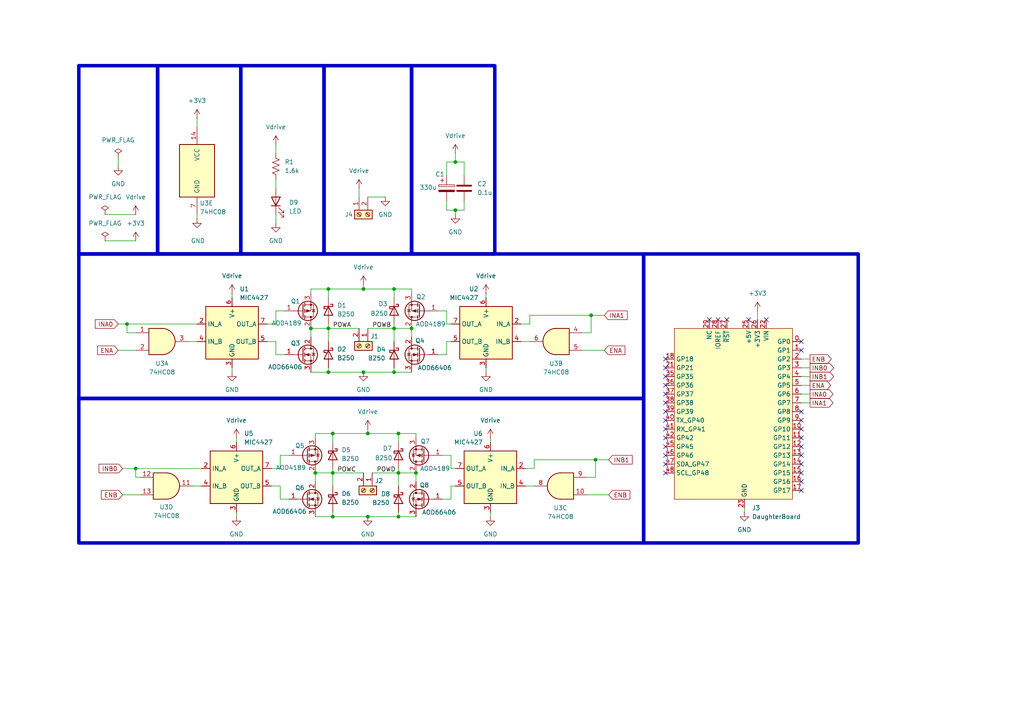
<source format=kicad_sch>
(kicad_sch (version 20231120) (generator "eeschema") (generator_version "8.0")
  (paper "A4")
  (lib_symbols
    (symbol "Connector:Screw_Terminal_01x02" (pin_names (offset 1.016) hide)
      (property "Reference" "J" (at 0 2.54 0))
      (property "Value" "Screw_Terminal_01x02" (at 0 -5.08 0))
      (symbol "Screw_Terminal_01x02_1_1"
        (rectangle (start -1.27 1.27) (end 1.27 -3.81) (stroke (width 0.254)) (fill (type background)))
        (circle (center 0 -2.54) (radius 0.635) (stroke (width 0.1524)))
        (polyline (pts (xy -0.5334 -2.2098) (xy 0.3302 -3.048)) (stroke (width 0.1524)))
        (polyline (pts (xy -0.5334 0.3302) (xy 0.3302 -0.508)) (stroke (width 0.1524)))
        (polyline (pts (xy -0.3556 -2.032) (xy 0.508 -2.8702)) (stroke (width 0.1524)))
        (polyline (pts (xy -0.3556 0.508) (xy 0.508 -0.3302)) (stroke (width 0.1524)))
        (circle (center 0 0) (radius 0.635) (stroke (width 0.1524)))
        (pin passive line (at -5.08 0 0) (length 3.81) (name "Pin_1") (number "1"))
        (pin passive line (at -5.08 -2.54 0) (length 3.81) (name "Pin_2") (number "2"))
      )
    )
    (symbol "Device:C" (pin_numbers hide) (pin_names (offset 0.254))
      (property "Reference" "C" (at 0.635 2.54 0))
      (property "Value" "C" (at 0.635 -2.54 0))
      (symbol "C_0_1"
        (polyline (pts (xy -2.032 -0.762) (xy 2.032 -0.762)) (stroke (width 0.508)))
        (polyline (pts (xy -2.032 0.762) (xy 2.032 0.762)) (stroke (width 0.508)))
      )
      (symbol "C_1_1"
        (pin passive line (at 0 3.81 270) (length 2.794) (name "~") (number "1"))
        (pin passive line (at 0 -3.81 90) (length 2.794) (name "~") (number "2"))
      )
    )
    (symbol "Device:C_Polarized" (pin_numbers hide) (pin_names (offset 0.254))
      (property "Reference" "C" (at 0.635 2.54 0))
      (property "Value" "C_Polarized" (at 0.635 -2.54 0))
      (symbol "C_Polarized_0_1"
        (rectangle (start -2.286 0.508) (end 2.286 1.016))
        (polyline (pts (xy -1.778 2.286) (xy -0.762 2.286)))
        (polyline (pts (xy -1.27 2.794) (xy -1.27 1.778)))
        (rectangle (start 2.286 -0.508) (end -2.286 -1.016) (fill (type outline)))
      )
      (symbol "C_Polarized_1_1"
        (pin passive line (at 0 3.81 270) (length 2.794) (name "~") (number "1"))
        (pin passive line (at 0 -3.81 90) (length 2.794) (name "~") (number "2"))
      )
    )
    (symbol "Device:LED" (pin_numbers hide) (pin_names (offset 1.016) hide)
      (property "Reference" "D" (at 0 2.54 0))
      (property "Value" "LED" (at 0 -2.54 0))
      (symbol "LED_0_1"
        (polyline (pts (xy -1.27 -1.27) (xy -1.27 1.27)) (stroke (width 0.254)))
        (polyline (pts (xy -1.27 0) (xy 1.27 0)))
        (polyline (pts (xy 1.27 -1.27) (xy 1.27 1.27) (xy -1.27 0) (xy 1.27 -1.27)) (stroke (width 0.254)))
        (polyline (pts (xy -3.048 -0.762) (xy -4.572 -2.286) (xy -3.81 -2.286) (xy -4.572 -2.286) (xy -4.572 -1.524)))
        (polyline (pts (xy -1.778 -0.762) (xy -3.302 -2.286) (xy -2.54 -2.286) (xy -3.302 -2.286) (xy -3.302 -1.524)))
      )
      (symbol "LED_1_1"
        (pin passive line (at -3.81 0 0) (length 2.54) (name "K") (number "1"))
        (pin passive line (at 3.81 0 180) (length 2.54) (name "A") (number "2"))
      )
    )
    (symbol "Device:R_US" (pin_numbers hide) (pin_names (offset 0))
      (property "Reference" "R" (at 2.54 0 90))
      (property "Value" "R_US" (at -2.54 0 90))
      (symbol "R_US_0_1"
        (polyline (pts (xy 0 -2.286) (xy 0 -2.54)))
        (polyline (pts (xy 0 2.286) (xy 0 2.54)))
        (polyline (pts (xy 0 -0.762) (xy 1.016 -1.143) (xy 0 -1.524) (xy -1.016 -1.905) (xy 0 -2.286)))
        (polyline (pts (xy 0 0.762) (xy 1.016 0.381) (xy 0 0) (xy -1.016 -0.381) (xy 0 -0.762)))
        (polyline (pts (xy 0 2.286) (xy 1.016 1.905) (xy 0 1.524) (xy -1.016 1.143) (xy 0 0.762)))
      )
      (symbol "R_US_1_1"
        (pin passive line (at 0 3.81 270) (length 1.27) (name "~") (number "1"))
        (pin passive line (at 0 -3.81 90) (length 1.27) (name "~") (number "2"))
      )
    )
    (symbol "Diode:B250" (pin_numbers hide) (pin_names (offset 1.016) hide)
      (property "Reference" "D" (at 0 2.54 0))
      (property "Value" "B250" (at 0 -2.54 0))
      (symbol "B250_0_1"
        (polyline (pts (xy 1.27 0) (xy -1.27 0)))
        (polyline (pts (xy 1.27 1.27) (xy 1.27 -1.27) (xy -1.27 0) (xy 1.27 1.27)) (stroke (width 0.254)))
        (polyline (pts (xy -1.905 0.635) (xy -1.905 1.27) (xy -1.27 1.27) (xy -1.27 -1.27) (xy -0.635 -1.27) (xy -0.635 -0.635)) (stroke (width 0.254)))
      )
      (symbol "B250_1_1"
        (pin passive line (at -3.81 0 0) (length 2.54) (name "K") (number "1"))
        (pin passive line (at 3.81 0 180) (length 2.54) (name "A") (number "2"))
      )
    )
    (symbol "Driver_FET:MIC4427"
      (property "Reference" "U" (at -7.62 8.89 0))
      (property "Value" "MIC4427" (at 1.27 8.89 0))
      (symbol "MIC4427_0_1"
        (rectangle (start -7.62 -7.62) (end 7.62 7.62) (stroke (width 0.254)) (fill (type background)))
      )
      (symbol "MIC4427_1_1"
        (pin no_connect line (at -7.62 0 0) (length 2.54) hide (name "NC") (number "1"))
        (pin input line (at -10.16 2.54 0) (length 2.54) (name "IN_A") (number "2"))
        (pin power_in line (at 0 -10.16 90) (length 2.54) (name "GND") (number "3"))
        (pin input line (at -10.16 -2.54 0) (length 2.54) (name "IN_B") (number "4"))
        (pin output line (at 10.16 -2.54 180) (length 2.54) (name "OUT_B") (number "5"))
        (pin power_in line (at 0 10.16 270) (length 2.54) (name "V+") (number "6"))
        (pin output line (at 10.16 2.54 180) (length 2.54) (name "OUT_A") (number "7"))
        (pin no_connect line (at 7.62 0 180) (length 2.54) hide (name "NC") (number "8"))
      )
    )
    (symbol "myparts:74HC08" (pin_names (offset 1.016))
      (property "Reference" "U" (at 0 1.27 0))
      (property "Value" "74HC08" (at 0 -1.27 0))
      (symbol "74HC08_1_1"
        (arc (start 0 -3.81) (mid 3.7934 0) (end 0 3.81) (stroke (width 0.254)) (fill (type background)))
        (polyline (pts (xy 0 3.81) (xy -3.81 3.81) (xy -3.81 -3.81) (xy 0 -3.81)) (stroke (width 0.254)) (fill (type background)))
        (pin input line (at -7.62 2.54 0) (length 3.81) (name "~") (number "1"))
        (pin input line (at -7.62 -2.54 0) (length 3.81) (name "~") (number "2"))
        (pin output line (at 7.62 0 180) (length 3.81) (name "~") (number "3"))
      )
      (symbol "74HC08_1_2"
        (arc (start -3.81 -3.81) (mid -2.589 0) (end -3.81 3.81) (stroke (width 0.254)))
        (arc (start -0.6096 -3.81) (mid 2.1842 -2.5851) (end 3.81 0) (stroke (width 0.254)) (fill (type background)))
        (polyline (pts (xy -3.81 -3.81) (xy -0.635 -3.81)) (stroke (width 0.254)) (fill (type background)))
        (polyline (pts (xy -3.81 3.81) (xy -0.635 3.81)) (stroke (width 0.254)) (fill (type background)))
        (polyline (pts (xy -0.635 3.81) (xy -3.81 3.81) (xy -3.81 3.81) (xy -3.556 3.4036) (xy -3.0226 2.2606) (xy -2.6924 1.0414) (xy -2.6162 -0.254) (xy -2.7686 -1.4986) (xy -3.175 -2.7178) (xy -3.81 -3.81) (xy -3.81 -3.81) (xy -0.635 -3.81)) (stroke (width -25.4)) (fill (type background)))
        (arc (start 3.81 0) (mid 2.1915 2.5936) (end -0.6096 3.81) (stroke (width 0.254)) (fill (type background)))
        (pin input inverted (at -7.62 2.54 0) (length 4.318) (name "~") (number "1"))
        (pin input inverted (at -7.62 -2.54 0) (length 4.318) (name "~") (number "2"))
        (pin output inverted (at 7.62 0 180) (length 3.81) (name "~") (number "3"))
      )
      (symbol "74HC08_2_1"
        (arc (start 0 -3.81) (mid 3.7934 0) (end 0 3.81) (stroke (width 0.254)) (fill (type background)))
        (polyline (pts (xy 0 3.81) (xy -3.81 3.81) (xy -3.81 -3.81) (xy 0 -3.81)) (stroke (width 0.254)) (fill (type background)))
        (pin input line (at -7.62 2.54 0) (length 3.81) (name "~") (number "4"))
        (pin input line (at -7.62 -2.54 0) (length 3.81) (name "~") (number "5"))
        (pin output line (at 7.62 0 180) (length 3.81) (name "~") (number "6"))
      )
      (symbol "74HC08_2_2"
        (arc (start -3.81 -3.81) (mid -2.589 0) (end -3.81 3.81) (stroke (width 0.254)))
        (arc (start -0.6096 -3.81) (mid 2.1842 -2.5851) (end 3.81 0) (stroke (width 0.254)) (fill (type background)))
        (polyline (pts (xy -3.81 -3.81) (xy -0.635 -3.81)) (stroke (width 0.254)) (fill (type background)))
        (polyline (pts (xy -3.81 3.81) (xy -0.635 3.81)) (stroke (width 0.254)) (fill (type background)))
        (polyline (pts (xy -0.635 3.81) (xy -3.81 3.81) (xy -3.81 3.81) (xy -3.556 3.4036) (xy -3.0226 2.2606) (xy -2.6924 1.0414) (xy -2.6162 -0.254) (xy -2.7686 -1.4986) (xy -3.175 -2.7178) (xy -3.81 -3.81) (xy -3.81 -3.81) (xy -0.635 -3.81)) (stroke (width -25.4)) (fill (type background)))
        (arc (start 3.81 0) (mid 2.1915 2.5936) (end -0.6096 3.81) (stroke (width 0.254)) (fill (type background)))
        (pin input inverted (at -7.62 2.54 0) (length 4.318) (name "~") (number "4"))
        (pin input inverted (at -7.62 -2.54 0) (length 4.318) (name "~") (number "5"))
        (pin output inverted (at 7.62 0 180) (length 3.81) (name "~") (number "6"))
      )
      (symbol "74HC08_3_1"
        (arc (start 0 -3.81) (mid 3.7934 0) (end 0 3.81) (stroke (width 0.254)) (fill (type background)))
        (polyline (pts (xy 0 3.81) (xy -3.81 3.81) (xy -3.81 -3.81) (xy 0 -3.81)) (stroke (width 0.254)) (fill (type background)))
        (pin input line (at -7.62 -2.54 0) (length 3.81) (name "~") (number "10"))
        (pin output line (at 7.62 0 180) (length 3.81) (name "~") (number "8"))
        (pin input line (at -7.62 2.54 0) (length 3.81) (name "~") (number "9"))
      )
      (symbol "74HC08_3_2"
        (arc (start -3.81 -3.81) (mid -2.589 0) (end -3.81 3.81) (stroke (width 0.254)))
        (arc (start -0.6096 -3.81) (mid 2.1842 -2.5851) (end 3.81 0) (stroke (width 0.254)) (fill (type background)))
        (polyline (pts (xy -3.81 -3.81) (xy -0.635 -3.81)) (stroke (width 0.254)) (fill (type background)))
        (polyline (pts (xy -3.81 3.81) (xy -0.635 3.81)) (stroke (width 0.254)) (fill (type background)))
        (polyline (pts (xy -0.635 3.81) (xy -3.81 3.81) (xy -3.81 3.81) (xy -3.556 3.4036) (xy -3.0226 2.2606) (xy -2.6924 1.0414) (xy -2.6162 -0.254) (xy -2.7686 -1.4986) (xy -3.175 -2.7178) (xy -3.81 -3.81) (xy -3.81 -3.81) (xy -0.635 -3.81)) (stroke (width -25.4)) (fill (type background)))
        (arc (start 3.81 0) (mid 2.1915 2.5936) (end -0.6096 3.81) (stroke (width 0.254)) (fill (type background)))
        (pin input inverted (at -7.62 -2.54 0) (length 4.318) (name "~") (number "10"))
        (pin output inverted (at 7.62 0 180) (length 3.81) (name "~") (number "8"))
        (pin input inverted (at -7.62 2.54 0) (length 4.318) (name "~") (number "9"))
      )
      (symbol "74HC08_4_1"
        (arc (start 0 -3.81) (mid 3.7934 0) (end 0 3.81) (stroke (width 0.254)) (fill (type background)))
        (polyline (pts (xy 0 3.81) (xy -3.81 3.81) (xy -3.81 -3.81) (xy 0 -3.81)) (stroke (width 0.254)) (fill (type background)))
        (pin output line (at 7.62 0 180) (length 3.81) (name "~") (number "11"))
        (pin input line (at -7.62 2.54 0) (length 3.81) (name "~") (number "12"))
        (pin input line (at -7.62 -2.54 0) (length 3.81) (name "~") (number "13"))
      )
      (symbol "74HC08_4_2"
        (arc (start -3.81 -3.81) (mid -2.589 0) (end -3.81 3.81) (stroke (width 0.254)))
        (arc (start -0.6096 -3.81) (mid 2.1842 -2.5851) (end 3.81 0) (stroke (width 0.254)) (fill (type background)))
        (polyline (pts (xy -3.81 -3.81) (xy -0.635 -3.81)) (stroke (width 0.254)) (fill (type background)))
        (polyline (pts (xy -3.81 3.81) (xy -0.635 3.81)) (stroke (width 0.254)) (fill (type background)))
        (polyline (pts (xy -0.635 3.81) (xy -3.81 3.81) (xy -3.81 3.81) (xy -3.556 3.4036) (xy -3.0226 2.2606) (xy -2.6924 1.0414) (xy -2.6162 -0.254) (xy -2.7686 -1.4986) (xy -3.175 -2.7178) (xy -3.81 -3.81) (xy -3.81 -3.81) (xy -0.635 -3.81)) (stroke (width -25.4)) (fill (type background)))
        (arc (start 3.81 0) (mid 2.1915 2.5936) (end -0.6096 3.81) (stroke (width 0.254)) (fill (type background)))
        (pin output inverted (at 7.62 0 180) (length 3.81) (name "~") (number "11"))
        (pin input inverted (at -7.62 2.54 0) (length 4.318) (name "~") (number "12"))
        (pin input inverted (at -7.62 -2.54 0) (length 4.318) (name "~") (number "13"))
      )
      (symbol "74HC08_5_0"
        (pin power_in line (at 0 12.7 270) (length 5.08) (name "VCC") (number "14"))
        (pin power_in line (at 0 -12.7 90) (length 5.08) (name "GND") (number "7"))
      )
      (symbol "74HC08_5_1"
        (rectangle (start -5.08 7.62) (end 5.08 -7.62) (stroke (width 0.254)) (fill (type background)))
      )
    )
    (symbol "myparts:AOD4189" (pin_names hide)
      (property "Reference" "Q" (at -6.35 3.81 0))
      (property "Value" "AOD4189" (at -8.89 -5.08 0))
      (symbol "AOD4189_0_1"
        (circle (center -0.889 0) (radius 2.794) (stroke (width 0.254)))
        (circle (center 0 -1.778) (radius 0.254) (fill (type outline)))
        (polyline (pts (xy -2.286 0) (xy -5.08 0)))
        (polyline (pts (xy -2.286 1.905) (xy -2.286 -1.905)) (stroke (width 0.254)))
        (polyline (pts (xy -1.778 -1.27) (xy -1.778 -2.286)) (stroke (width 0.254)))
        (polyline (pts (xy -1.778 0.508) (xy -1.778 -0.508)) (stroke (width 0.254)))
        (polyline (pts (xy -1.778 2.286) (xy -1.778 1.27)) (stroke (width 0.254)))
        (polyline (pts (xy 0 2.54) (xy 0 1.778)))
        (polyline (pts (xy 0 -2.54) (xy 0 0) (xy -1.778 0)))
        (polyline (pts (xy -1.778 1.778) (xy 0.762 1.778) (xy 0.762 -1.778) (xy -1.778 -1.778)))
        (polyline (pts (xy -0.254 0) (xy -1.27 0.381) (xy -1.27 -0.381) (xy -0.254 0)) (fill (type outline)))
        (polyline (pts (xy 0.254 -0.508) (xy 0.381 -0.381) (xy 1.143 -0.381) (xy 1.27 -0.254)))
        (polyline (pts (xy 0.762 -0.381) (xy 0.381 0.254) (xy 1.143 0.254) (xy 0.762 -0.381)))
        (circle (center 0 1.778) (radius 0.254) (fill (type outline)))
      )
      (symbol "AOD4189_1_1"
        (pin input line (at -7.62 0 0) (length 2.54) (name "G") (number "1"))
        (pin passive line (at 0 5.08 270) (length 2.54) (name "D") (number "2"))
        (pin passive line (at 0 -5.08 90) (length 2.54) (name "S") (number "3"))
      )
    )
    (symbol "myparts:AOD66406" (pin_names hide)
      (property "Reference" "Q" (at -5.08 3.048 0))
      (property "Value" "AOD66406" (at 0 0 0))
      (symbol "AOD66406_0_1"
        (circle (center -0.889 0) (radius 2.794) (stroke (width 0.254)))
        (circle (center 0 -1.778) (radius 0.254) (fill (type outline)))
        (polyline (pts (xy -2.286 0) (xy -5.08 0)))
        (polyline (pts (xy -2.286 1.905) (xy -2.286 -1.905)) (stroke (width 0.254)))
        (polyline (pts (xy -1.778 -1.27) (xy -1.778 -2.286)) (stroke (width 0.254)))
        (polyline (pts (xy -1.778 0.508) (xy -1.778 -0.508)) (stroke (width 0.254)))
        (polyline (pts (xy -1.778 2.286) (xy -1.778 1.27)) (stroke (width 0.254)))
        (polyline (pts (xy 0 2.54) (xy 0 1.778)))
        (polyline (pts (xy 0 -2.54) (xy 0 0) (xy -1.778 0)))
        (polyline (pts (xy -1.778 -1.778) (xy 0.762 -1.778) (xy 0.762 1.778) (xy -1.778 1.778)))
        (polyline (pts (xy -1.524 0) (xy -0.508 0.381) (xy -0.508 -0.381) (xy -1.524 0)) (fill (type outline)))
        (polyline (pts (xy 0.254 0.508) (xy 0.381 0.381) (xy 1.143 0.381) (xy 1.27 0.254)))
        (polyline (pts (xy 0.762 0.381) (xy 0.381 -0.254) (xy 1.143 -0.254) (xy 0.762 0.381)))
        (circle (center 0 1.778) (radius 0.254) (fill (type outline)))
      )
      (symbol "AOD66406_1_1"
        (pin input line (at -7.62 0 0) (length 2.54) (name "G") (number "1"))
        (pin passive line (at 0 5.08 270) (length 2.54) (name "D") (number "2"))
        (pin passive line (at 0 -5.08 90) (length 2.54) (name "S") (number "3"))
      )
    )
    (symbol "myparts:DaughterBoard"
      (property "Reference" "J" (at -19.304 -42.926 0))
      (property "Value" "DaughterBoard" (at -26.67 12.954 0))
      (symbol "DaughterBoard_1_1"
        (rectangle (start -20.32 8.89) (end 13.97 -40.64) (fill (type background)))
        (pin bidirectional line (at 16.51 5.08 180) (length 2.54) (name "GP0") (number "0"))
        (pin bidirectional line (at 16.51 2.54 180) (length 2.54) (name "GP1") (number "1"))
        (pin bidirectional line (at 16.51 -20.32 180) (length 2.54) (name "GP10") (number "10"))
        (pin bidirectional line (at 16.51 -22.86 180) (length 2.54) (name "GP11") (number "11"))
        (pin bidirectional line (at 16.51 -25.4 180) (length 2.54) (name "GP12") (number "12"))
        (pin bidirectional line (at 16.51 -27.94 180) (length 2.54) (name "GP13") (number "13"))
        (pin bidirectional line (at 16.51 -30.48 180) (length 2.54) (name "GP14") (number "14"))
        (pin bidirectional line (at 16.51 -33.02 180) (length 2.54) (name "GP15") (number "15"))
        (pin bidirectional line (at 16.51 -35.56 180) (length 2.54) (name "GP16") (number "16"))
        (pin bidirectional line (at 16.51 -38.1 180) (length 2.54) (name "GP17") (number "17"))
        (pin bidirectional line (at -22.86 0 0) (length 2.54) (name "GP18") (number "18"))
        (pin bidirectional line (at 16.51 0 180) (length 2.54) (name "GP2") (number "2"))
        (pin bidirectional line (at -22.86 -2.54 0) (length 2.54) (name "GP21") (number "21"))
        (pin power_in line (at 6.35 11.43 270) (length 2.54) (name "VIN") (number "22"))
        (pin power_in line (at 0 -43.18 90) (length 2.54) (name "GND") (number "23"))
        (pin power_in line (at 0 -43.18 90) (length 2.54) hide (name "GND") (number "24"))
        (pin power_in line (at 1.27 11.43 270) (length 2.54) (name "+5V") (number "25"))
        (pin power_in line (at 3.81 11.43 270) (length 2.54) (name "+3V3") (number "26"))
        (pin input line (at -5.08 11.43 270) (length 2.54) (name "~{RST}") (number "27"))
        (pin bidirectional line (at -7.62 11.43 270) (length 2.54) (name "IOREF") (number "28"))
        (pin bidirectional line (at -10.16 11.43 270) (length 2.54) (name "NC") (number "29"))
        (pin bidirectional line (at 16.51 -2.54 180) (length 2.54) (name "GP3") (number "3"))
        (pin power_in line (at 0 -43.18 90) (length 2.54) hide (name "GND") (number "30"))
        (pin power_in line (at 3.81 11.43 270) (length 2.54) hide (name "+3V3") (number "32"))
        (pin bidirectional line (at -22.86 -5.08 0) (length 2.54) (name "GP35") (number "35"))
        (pin bidirectional line (at -22.86 -7.62 0) (length 2.54) (name "GP36") (number "36"))
        (pin bidirectional line (at -22.86 -10.16 0) (length 2.54) (name "GP37") (number "37"))
        (pin bidirectional line (at -22.86 -12.7 0) (length 2.54) (name "GP38") (number "38"))
        (pin bidirectional line (at -22.86 -15.24 0) (length 2.54) (name "GP39") (number "39"))
        (pin bidirectional line (at 16.51 -5.08 180) (length 2.54) (name "GP4") (number "4"))
        (pin bidirectional line (at -22.86 -17.78 0) (length 2.54) (name "TX_GP40") (number "40"))
        (pin bidirectional line (at -22.86 -20.32 0) (length 2.54) (name "RX_GP41") (number "41"))
        (pin bidirectional line (at -22.86 -22.86 0) (length 2.54) (name "GP42") (number "42"))
        (pin bidirectional line (at -22.86 -25.4 0) (length 2.54) (name "GP45") (number "45"))
        (pin bidirectional line (at -22.86 -27.94 0) (length 2.54) (name "GP46") (number "46"))
        (pin bidirectional line (at -22.86 -30.48 0) (length 2.54) (name "SDA_GP47") (number "47"))
        (pin bidirectional line (at -22.86 -33.02 0) (length 2.54) (name "SCL_GP48") (number "48"))
        (pin bidirectional line (at 16.51 -7.62 180) (length 2.54) (name "GP5") (number "5"))
        (pin bidirectional line (at 16.51 -10.16 180) (length 2.54) (name "GP6") (number "6"))
        (pin bidirectional line (at 16.51 -12.7 180) (length 2.54) (name "GP7") (number "7"))
        (pin bidirectional line (at 16.51 -15.24 180) (length 2.54) (name "GP8") (number "8"))
        (pin bidirectional line (at 16.51 -17.78 180) (length 2.54) (name "GP9") (number "9"))
      )
    )
    (symbol "power:+3V3" (power) (pin_numbers hide) (pin_names (offset 0) hide)
      (property "Value" "+3V3" (at 0 3.556 0))
      (symbol "+3V3_0_1"
        (polyline (pts (xy -0.762 1.27) (xy 0 2.54)))
        (polyline (pts (xy 0 0) (xy 0 2.54)))
        (polyline (pts (xy 0 2.54) (xy 0.762 1.27)))
      )
      (symbol "+3V3_1_1"
        (pin power_in line (at 0 0 90) (length 0) (name "~") (number "1"))
      )
    )
    (symbol "power:GND" (power) (pin_numbers hide) (pin_names (offset 0) hide)
      (property "Value" "GND" (at 0 -3.81 0))
      (symbol "GND_0_1"
        (polyline (pts (xy 0 0) (xy 0 -1.27) (xy 1.27 -1.27) (xy 0 -2.54) (xy -1.27 -1.27) (xy 0 -1.27)))
      )
      (symbol "GND_1_1"
        (pin power_in line (at 0 0 270) (length 0) (name "~") (number "1"))
      )
    )
    (symbol "power:PWR_FLAG" (power) (pin_numbers hide) (pin_names (offset 0) hide)
      (property "Value" "PWR_FLAG" (at 0 3.81 0))
      (symbol "PWR_FLAG_0_0"
        (pin power_out line (at 0 0 90) (length 0) (name "~") (number "1"))
      )
      (symbol "PWR_FLAG_0_1"
        (polyline (pts (xy 0 0) (xy 0 1.27) (xy -1.016 1.905) (xy 0 2.54) (xy 1.016 1.905) (xy 0 1.27)))
      )
    )
    (symbol "power:Vdrive" (power) (pin_numbers hide) (pin_names (offset 0) hide)
      (property "Value" "Vdrive" (at 0 3.556 0))
      (symbol "Vdrive_0_1"
        (polyline (pts (xy -0.762 1.27) (xy 0 2.54)))
        (polyline (pts (xy 0 0) (xy 0 2.54)))
        (polyline (pts (xy 0 2.54) (xy 0.762 1.27)))
      )
      (symbol "Vdrive_1_1"
        (pin power_in line (at 0 0 90) (length 0) (name "~") (number "1"))
      )
    )
  )
  (junction (at 91.44 137.16))
  (junction (at 95.25 95.25))
  (junction (at 115.57 125.73))
  (junction (at 119.38 95.25))
  (junction (at 106.68 125.73))
  (junction (at 105.41 83.82))
  (junction (at 36.83 93.98))
  (junction (at 105.41 107.95))
  (junction (at 114.3 107.95))
  (junction (at 171.45 91.44))
  (junction (at 114.3 83.82))
  (junction (at 106.68 149.86))
  (junction (at 96.52 125.73))
  (junction (at 39.37 135.89))
  (junction (at 95.25 83.82))
  (junction (at 95.25 107.95))
  (junction (at 132.08 46.99))
  (junction (at 90.17 95.25))
  (junction (at 120.65 137.16))
  (junction (at 172.72 133.35))
  (junction (at 132.08 60.96))
  (junction (at 115.57 137.16))
  (junction (at 96.52 137.16))
  (junction (at 114.3 95.25))
  (junction (at 115.57 149.86))
  (junction (at 96.52 149.86))
  (no_connect (at 193.04 116.84))
  (no_connect (at 193.04 127))
  (no_connect (at 205.74 92.71))
  (no_connect (at 193.04 109.22))
  (no_connect (at 232.41 137.16))
  (no_connect (at 232.41 119.38))
  (no_connect (at 232.41 139.7))
  (no_connect (at 222.25 92.71))
  (no_connect (at 232.41 134.62))
  (no_connect (at 193.04 124.46))
  (no_connect (at 232.41 101.6))
  (no_connect (at 193.04 132.08))
  (no_connect (at 193.04 134.62))
  (no_connect (at 217.17 92.71))
  (no_connect (at 210.82 92.71))
  (no_connect (at 232.41 129.54))
  (no_connect (at 232.41 127))
  (no_connect (at 232.41 142.24))
  (no_connect (at 193.04 106.68))
  (no_connect (at 232.41 124.46))
  (no_connect (at 232.41 121.92))
  (no_connect (at 193.04 114.3))
  (no_connect (at 193.04 119.38))
  (no_connect (at 193.04 104.14))
  (no_connect (at 193.04 129.54))
  (no_connect (at 193.04 121.92))
  (no_connect (at 193.04 111.76))
  (no_connect (at 208.28 92.71))
  (no_connect (at 232.41 132.08))
  (no_connect (at 193.04 137.16))
  (no_connect (at 232.41 99.06))
  (wire (pts (xy 132.08 140.97) (xy 130.81 140.97)))
  (wire (pts (xy 129.54 93.98) (xy 129.54 90.17)))
  (wire (pts (xy 219.71 90.17) (xy 219.71 92.71)))
  (wire (pts (xy 106.68 124.46) (xy 106.68 125.73)))
  (wire (pts (xy 80.01 102.87) (xy 82.55 102.87)))
  (wire (pts (xy 115.57 125.73) (xy 115.57 128.27)))
  (wire (pts (xy 114.3 107.95) (xy 119.38 107.95)))
  (wire (pts (xy 152.4 140.97) (xy 154.94 140.97)))
  (wire (pts (xy 80.01 93.98) (xy 80.01 90.17)))
  (wire (pts (xy 142.24 127) (xy 142.24 128.27)))
  (wire (pts (xy 95.25 95.25) (xy 104.14 95.25)))
  (wire (pts (xy 134.62 46.99) (xy 134.62 50.8)))
  (wire (pts (xy 128.27 132.08) (xy 130.81 132.08)))
  (wire (pts (xy 140.97 85.09) (xy 140.97 86.36)))
  (wire (pts (xy 120.65 127) (xy 120.65 125.73)))
  (wire (pts (xy 77.47 99.06) (xy 80.01 99.06)))
  (wire (pts (xy 80.01 90.17) (xy 82.55 90.17)))
  (wire (pts (xy 80.01 52.07) (xy 80.01 54.61)))
  (wire (pts (xy 132.08 135.89) (xy 130.81 135.89)))
  (wire (pts (xy 30.48 62.23) (xy 39.37 62.23)))
  (wire (pts (xy 114.3 95.25) (xy 114.3 99.06)))
  (wire (pts (xy 80.01 62.23) (xy 80.01 64.77)))
  (wire (pts (xy 91.44 137.16) (xy 96.52 137.16)))
  (wire (pts (xy 171.45 91.44) (xy 171.45 96.52)))
  (wire (pts (xy 105.41 83.82) (xy 114.3 83.82)))
  (wire (pts (xy 34.29 101.6) (xy 39.37 101.6)))
  (wire (pts (xy 81.28 140.97) (xy 81.28 144.78)))
  (wire (pts (xy 172.72 133.35) (xy 172.72 138.43)))
  (wire (pts (xy 90.17 95.25) (xy 95.25 95.25)))
  (wire (pts (xy 168.91 96.52) (xy 171.45 96.52)))
  (wire (pts (xy 106.68 149.86) (xy 115.57 149.86)))
  (wire (pts (xy 154.94 133.35) (xy 154.94 135.89)))
  (wire (pts (xy 105.41 82.55) (xy 105.41 83.82)))
  (wire (pts (xy 104.14 54.61) (xy 104.14 57.15)))
  (wire (pts (xy 90.17 83.82) (xy 90.17 85.09)))
  (wire (pts (xy 39.37 138.43) (xy 40.64 138.43)))
  (wire (pts (xy 91.44 137.16) (xy 91.44 139.7)))
  (wire (pts (xy 130.81 144.78) (xy 128.27 144.78)))
  (wire (pts (xy 115.57 125.73) (xy 120.65 125.73)))
  (wire (pts (xy 107.95 137.16) (xy 115.57 137.16)))
  (wire (pts (xy 232.41 116.84) (xy 234.95 116.84)))
  (wire (pts (xy 114.3 83.82) (xy 119.38 83.82)))
  (wire (pts (xy 39.37 135.89) (xy 58.42 135.89)))
  (wire (pts (xy 68.58 148.59) (xy 68.58 149.86)))
  (wire (pts (xy 170.18 143.51) (xy 176.53 143.51)))
  (wire (pts (xy 90.17 83.82) (xy 95.25 83.82)))
  (wire (pts (xy 140.97 106.68) (xy 140.97 107.95)))
  (wire (pts (xy 127 90.17) (xy 129.54 90.17)))
  (wire (pts (xy 35.56 143.51) (xy 40.64 143.51)))
  (wire (pts (xy 57.15 62.23) (xy 57.15 63.5)))
  (wire (pts (xy 36.83 93.98) (xy 57.15 93.98)))
  (wire (pts (xy 34.29 45.72) (xy 34.29 48.26)))
  (wire (pts (xy 81.28 132.08) (xy 83.82 132.08)))
  (wire (pts (xy 130.81 135.89) (xy 130.81 132.08)))
  (wire (pts (xy 81.28 144.78) (xy 83.82 144.78)))
  (wire (pts (xy 114.3 83.82) (xy 114.3 86.36)))
  (wire (pts (xy 34.29 93.98) (xy 36.83 93.98)))
  (wire (pts (xy 55.88 140.97) (xy 58.42 140.97)))
  (wire (pts (xy 96.52 149.86) (xy 106.68 149.86)))
  (wire (pts (xy 232.41 109.22) (xy 234.95 109.22)))
  (wire (pts (xy 114.3 93.98) (xy 114.3 95.25)))
  (wire (pts (xy 129.54 58.42) (xy 129.54 60.96)))
  (wire (pts (xy 132.08 44.45) (xy 132.08 46.99)))
  (wire (pts (xy 132.08 60.96) (xy 134.62 60.96)))
  (wire (pts (xy 91.44 125.73) (xy 96.52 125.73)))
  (wire (pts (xy 67.31 85.09) (xy 67.31 86.36)))
  (wire (pts (xy 96.52 137.16) (xy 96.52 140.97)))
  (wire (pts (xy 153.67 93.98) (xy 151.13 93.98)))
  (wire (pts (xy 67.31 106.68) (xy 67.31 107.95)))
  (wire (pts (xy 130.81 99.06) (xy 129.54 99.06)))
  (wire (pts (xy 91.44 125.73) (xy 91.44 127)))
  (wire (pts (xy 130.81 140.97) (xy 130.81 144.78)))
  (wire (pts (xy 120.65 137.16) (xy 120.65 139.7)))
  (wire (pts (xy 80.01 99.06) (xy 80.01 102.87)))
  (wire (pts (xy 68.58 127) (xy 68.58 128.27)))
  (wire (pts (xy 95.25 106.68) (xy 95.25 107.95)))
  (wire (pts (xy 78.74 140.97) (xy 81.28 140.97)))
  (wire (pts (xy 232.41 111.76) (xy 234.95 111.76)))
  (wire (pts (xy 119.38 95.25) (xy 119.38 97.79)))
  (wire (pts (xy 129.54 50.8) (xy 129.54 46.99)))
  (wire (pts (xy 77.47 93.98) (xy 80.01 93.98)))
  (wire (pts (xy 95.25 95.25) (xy 95.25 99.06)))
  (wire (pts (xy 153.67 91.44) (xy 153.67 93.98)))
  (wire (pts (xy 114.3 106.68) (xy 114.3 107.95)))
  (wire (pts (xy 36.83 96.52) (xy 39.37 96.52)))
  (wire (pts (xy 232.41 104.14) (xy 234.95 104.14)))
  (wire (pts (xy 171.45 91.44) (xy 153.67 91.44)))
  (wire (pts (xy 172.72 133.35) (xy 154.94 133.35)))
  (wire (pts (xy 115.57 135.89) (xy 115.57 137.16)))
  (wire (pts (xy 130.81 93.98) (xy 129.54 93.98)))
  (wire (pts (xy 170.18 138.43) (xy 172.72 138.43)))
  (wire (pts (xy 35.56 135.89) (xy 39.37 135.89)))
  (wire (pts (xy 39.37 135.89) (xy 39.37 138.43)))
  (wire (pts (xy 119.38 85.09) (xy 119.38 83.82)))
  (wire (pts (xy 96.52 148.59) (xy 96.52 149.86)))
  (wire (pts (xy 129.54 99.06) (xy 129.54 102.87)))
  (wire (pts (xy 176.53 133.35) (xy 172.72 133.35)))
  (wire (pts (xy 115.57 148.59) (xy 115.57 149.86)))
  (wire (pts (xy 105.41 107.95) (xy 114.3 107.95)))
  (wire (pts (xy 95.25 93.98) (xy 95.25 95.25)))
  (wire (pts (xy 115.57 137.16) (xy 115.57 140.97)))
  (wire (pts (xy 114.3 95.25) (xy 119.38 95.25)))
  (wire (pts (xy 129.54 102.87) (xy 127 102.87)))
  (wire (pts (xy 175.26 91.44) (xy 171.45 91.44)))
  (wire (pts (xy 106.68 57.15) (xy 111.76 57.15)))
  (wire (pts (xy 106.68 95.25) (xy 114.3 95.25)))
  (wire (pts (xy 36.83 93.98) (xy 36.83 96.52)))
  (wire (pts (xy 57.15 34.29) (xy 57.15 36.83)))
  (wire (pts (xy 154.94 135.89) (xy 152.4 135.89)))
  (wire (pts (xy 232.41 106.68) (xy 234.95 106.68)))
  (wire (pts (xy 142.24 148.59) (xy 142.24 149.86)))
  (wire (pts (xy 96.52 125.73) (xy 106.68 125.73)))
  (wire (pts (xy 151.13 99.06) (xy 153.67 99.06)))
  (wire (pts (xy 96.52 135.89) (xy 96.52 137.16)))
  (wire (pts (xy 90.17 107.95) (xy 95.25 107.95)))
  (wire (pts (xy 81.28 135.89) (xy 81.28 132.08)))
  (wire (pts (xy 129.54 46.99) (xy 132.08 46.99)))
  (wire (pts (xy 80.01 41.91) (xy 80.01 44.45)))
  (wire (pts (xy 91.44 149.86) (xy 96.52 149.86)))
  (wire (pts (xy 96.52 137.16) (xy 105.41 137.16)))
  (wire (pts (xy 232.41 114.3) (xy 234.95 114.3)))
  (wire (pts (xy 106.68 125.73) (xy 115.57 125.73)))
  (wire (pts (xy 168.91 101.6) (xy 175.26 101.6)))
  (wire (pts (xy 78.74 135.89) (xy 81.28 135.89)))
  (wire (pts (xy 96.52 125.73) (xy 96.52 128.27)))
  (wire (pts (xy 215.9 147.32) (xy 215.9 148.59)))
  (wire (pts (xy 95.25 83.82) (xy 105.41 83.82)))
  (wire (pts (xy 30.48 69.85) (xy 39.37 69.85)))
  (wire (pts (xy 115.57 149.86) (xy 120.65 149.86)))
  (wire (pts (xy 132.08 60.96) (xy 132.08 62.23)))
  (wire (pts (xy 134.62 58.42) (xy 134.62 60.96)))
  (wire (pts (xy 115.57 137.16) (xy 120.65 137.16)))
  (wire (pts (xy 132.08 46.99) (xy 134.62 46.99)))
  (wire (pts (xy 90.17 95.25) (xy 90.17 97.79)))
  (wire (pts (xy 54.61 99.06) (xy 57.15 99.06)))
  (wire (pts (xy 95.25 107.95) (xy 105.41 107.95)))
  (wire (pts (xy 95.25 83.82) (xy 95.25 86.36)))
  (wire (pts (xy 129.54 60.96) (xy 132.08 60.96)))
  (rectangle (start 22.86 115.57) (end 186.69 157.48) (stroke (width 1.016)))
  (rectangle (start 45.72 19.05) (end 69.85 73.66) (stroke (width 1.016)))
  (rectangle (start 186.69 73.66) (end 248.92 157.48) (stroke (width 1.016)))
  (rectangle (start 93.98 19.05) (end 119.38 73.66) (stroke (width 1.016)))
  (rectangle (start 119.38 19.05) (end 143.51 73.66) (stroke (width 1.016)))
  (rectangle (start 69.85 19.05) (end 93.98 73.66) (stroke (width 1.016)))
  (rectangle (start 22.86 19.05) (end 45.72 73.66) (stroke (width 1.016)))
  (rectangle (start 22.86 73.66) (end 186.69 115.57) (stroke (width 1.016)))
  (label "POWC" (at 97.79 137.16 0))
  (label "POWD" (at 109.22 137.16 0))
  (label "POWB" (at 107.95 95.25 0))
  (label "POWA" (at 96.52 95.25 0))
  (global_label "INA0" (shape input) (at 34.29 93.98 180) (property "Intersheetrefs" "${INTERSHEET_REFS}" (effects (hide yes))))
  (global_label "ENB" (shape output) (at 234.95 104.14 0) (property "Intersheetrefs" "${INTERSHEET_REFS}" (effects (hide yes))))
  (global_label "ENA" (shape input) (at 34.29 101.6 180) (property "Intersheetrefs" "${INTERSHEET_REFS}" (effects (hide yes))))
  (global_label "INB0" (shape input) (at 35.56 135.89 180) (property "Intersheetrefs" "${INTERSHEET_REFS}" (effects (hide yes))))
  (global_label "ENB" (shape input) (at 176.53 143.51 0) (property "Intersheetrefs" "${INTERSHEET_REFS}" (effects (hide yes))))
  (global_label "INA0" (shape output) (at 234.95 114.3 0) (property "Intersheetrefs" "${INTERSHEET_REFS}" (effects (hide yes))))
  (global_label "INB0" (shape output) (at 234.95 106.68 0) (property "Intersheetrefs" "${INTERSHEET_REFS}" (effects (hide yes))))
  (global_label "INB1" (shape input) (at 176.53 133.35 0) (property "Intersheetrefs" "${INTERSHEET_REFS}" (effects (hide yes))))
  (global_label "ENB" (shape input) (at 35.56 143.51 180) (property "Intersheetrefs" "${INTERSHEET_REFS}" (effects (hide yes))))
  (global_label "INA1" (shape input) (at 175.26 91.44 0) (property "Intersheetrefs" "${INTERSHEET_REFS}" (effects (hide yes))))
  (global_label "INA1" (shape output) (at 234.95 116.84 0) (property "Intersheetrefs" "${INTERSHEET_REFS}" (effects (hide yes))))
  (global_label "INB1" (shape output) (at 234.95 109.22 0) (property "Intersheetrefs" "${INTERSHEET_REFS}" (effects (hide yes))))
  (global_label "ENA" (shape input) (at 175.26 101.6 0) (property "Intersheetrefs" "${INTERSHEET_REFS}" (effects (hide yes))))
  (global_label "ENA" (shape output) (at 234.95 111.76 0) (property "Intersheetrefs" "${INTERSHEET_REFS}" (effects (hide yes))))
  (symbol (lib_id "Driver_FET:MIC4427") (at 67.31 96.52 0) (unit 1)
    (property "Reference" "U1" (at 69.5041 83.82 0) (effects (justify left)))
    (property "Value" "MIC4427" (at 69.5041 86.36 0) (effects (justify left)))
    (property "Footprint" "Package_SO:SO-8_3.9x4.9mm_P1.27mm" (effects (hide yes)))
    (property "Datasheet" "http://ww1.microchip.com/downloads/en/DeviceDoc/mic4426.pdf" (effects (hide yes)))
    (property "Description" "Dual 1.5A-Peak Low-Side MOSFET Driver, DIP-8/SOIC-8/MSOP-8" (effects (hide yes)))
  )
  (symbol (lib_id "Device:R_US") (at 80.01 48.26 0) (unit 1)
    (property "Reference" "R1" (at 82.55 46.9899 0) (effects (justify left)))
    (property "Value" "1.6k" (at 82.55 49.5299 0) (effects (justify left)))
    (property "Footprint" "Resistor_SMD:R_1206_3216Metric_Pad1.30x1.75mm_HandSolder" (effects (hide yes)))
    (property "Description" "Resistor, US symbol" (effects (hide yes)))
  )
  (symbol (lib_id "Driver_FET:MIC4427") (at 142.24 138.43 0) (mirror y) (unit 1)
    (property "Reference" "U6" (at 140.0459 125.73 0) (effects (justify left)))
    (property "Value" "MIC4427" (at 140.0459 128.27 0) (effects (justify left)))
    (property "Footprint" "Package_SO:SO-8_3.9x4.9mm_P1.27mm" (effects (hide yes)))
    (property "Datasheet" "http://ww1.microchip.com/downloads/en/DeviceDoc/mic4426.pdf" (effects (hide yes)))
    (property "Description" "Dual 1.5A-Peak Low-Side MOSFET Driver, DIP-8/SOIC-8/MSOP-8" (effects (hide yes)))
  )
  (symbol (lib_id "power:GND") (at 106.68 149.86 0) (unit 1)
    (property "Reference" "#PWR010" (effects (hide yes)))
    (property "Value" "GND" (at 106.68 154.94 0))
    (property "Description" "Power symbol creates a global label with name \"GND\" , ground" (effects (hide yes)))
  )
  (symbol (lib_id "Diode:B250") (at 115.57 144.78 270) (unit 1)
    (property "Reference" "D8" (at 110.49 143.256 90) (effects (justify left)))
    (property "Value" "B250" (at 107.95 145.796 90) (effects (justify left)))
    (property "Footprint" "Diode_SMD:D_SMB" (effects (hide yes)))
    (property "Datasheet" "http://www.jameco.com/Jameco/Products/ProdDS/1538777.pdf" (effects (hide yes)))
    (property "Description" "50V 2A Schottky Barrier Rectifier Diode, SMB" (effects (hide yes)))
  )
  (symbol (lib_id "power:GND") (at 132.08 62.23 0) (unit 1)
    (property "Reference" "#PWR023" (effects (hide yes)))
    (property "Value" "GND" (at 132.08 67.31 0))
    (property "Description" "Power symbol creates a global label with name \"GND\" , ground" (effects (hide yes)))
  )
  (symbol (lib_id "myparts:74HC08") (at 57.15 49.53 0) (unit 5)
    (property "Reference" "U3" (at 57.912 58.928 0) (effects (justify left)))
    (property "Value" "74HC08" (at 57.912 61.468 0) (effects (justify left)))
    (property "Footprint" "Package_SO:SO-14_3.9x8.65mm_P1.27mm" (effects (hide yes)))
    (property "Datasheet" "http://www.ti.com/lit/gpn/sn74LS08" (effects (hide yes)))
    (property "Description" "Quad And2" (effects (hide yes)))
  )
  (symbol (lib_id "power:Vdrive") (at 140.97 85.09 0) (unit 1)
    (property "Reference" "#PWR03" (effects (hide yes)))
    (property "Value" "Vdrive" (at 140.97 80.01 0))
    (property "Description" "Power symbol creates a global label with name \"Vdrive\"" (effects (hide yes)))
  )
  (symbol (lib_id "myparts:74HC08") (at 161.29 99.06 0) (mirror y) (unit 2)
    (property "Reference" "U3" (at 161.29 105.41 0))
    (property "Value" "74HC08" (at 161.29 107.95 0))
    (property "Footprint" "Package_SO:SO-14_3.9x8.65mm_P1.27mm" (effects (hide yes)))
    (property "Datasheet" "http://www.ti.com/lit/gpn/sn74LS08" (effects (hide yes)))
    (property "Description" "Quad And2" (effects (hide yes)))
  )
  (symbol (lib_id "myparts:AOD66406") (at 119.38 102.87 0) (mirror y) (unit 1)
    (property "Reference" "Q4" (at 123.19 98.806 0) (effects (justify left)))
    (property "Value" "AOD66406" (at 131.064 106.68 0) (effects (justify left)))
    (property "Footprint" "Package_TO_SOT_SMD:TO-252-2" (effects (hide yes)))
  )
  (symbol (lib_id "Diode:B250") (at 95.25 90.17 270) (unit 1)
    (property "Reference" "D1" (at 97.79 88.5824 90) (effects (justify left)))
    (property "Value" "B250" (at 97.79 91.1224 90) (effects (justify left)))
    (property "Footprint" "Diode_SMD:D_SMB" (effects (hide yes)))
    (property "Datasheet" "http://www.jameco.com/Jameco/Products/ProdDS/1538777.pdf" (effects (hide yes)))
    (property "Description" "50V 2A Schottky Barrier Rectifier Diode, SMB" (effects (hide yes)))
  )
  (symbol (lib_id "Device:C") (at 134.62 54.61 0) (unit 1)
    (property "Reference" "C2" (at 138.43 53.3399 0) (effects (justify left)))
    (property "Value" "0.1u" (at 138.43 55.8799 0) (effects (justify left)))
    (property "Footprint" "Capacitor_SMD:C_1206_3216Metric_Pad1.33x1.80mm_HandSolder" (effects (hide yes)))
    (property "Description" "Unpolarized capacitor" (effects (hide yes)))
  )
  (symbol (lib_id "power:PWR_FLAG") (at 30.48 69.85 0) (unit 1)
    (property "Reference" "#FLG01" (effects (hide yes)))
    (property "Value" "PWR_FLAG" (at 30.48 64.77 0))
    (property "Description" "Special symbol for telling ERC where power comes from" (effects (hide yes)))
  )
  (symbol (lib_id "power:GND") (at 111.76 57.15 0) (unit 1)
    (property "Reference" "#PWR018" (effects (hide yes)))
    (property "Value" "GND" (at 111.76 62.23 0))
    (property "Description" "Power symbol creates a global label with name \"GND\" , ground" (effects (hide yes)))
  )
  (symbol (lib_id "power:+3V3") (at 219.71 90.17 0) (unit 1)
    (property "Reference" "#PWR015" (effects (hide yes)))
    (property "Value" "+3V3" (at 219.71 85.09 0))
    (property "Description" "Power symbol creates a global label with name \"+3V3\"" (effects (hide yes)))
  )
  (symbol (lib_id "power:GND") (at 57.15 63.5 0) (unit 1)
    (property "Reference" "#PWR013" (effects (hide yes)))
    (property "Value" "GND" (at 57.404 69.85 0))
    (property "Description" "Power symbol creates a global label with name \"GND\" , ground" (effects (hide yes)))
  )
  (symbol (lib_id "power:Vdrive") (at 105.41 82.55 0) (unit 1)
    (property "Reference" "#PWR01" (effects (hide yes)))
    (property "Value" "Vdrive" (at 105.41 77.47 0))
    (property "Description" "Power symbol creates a global label with name \"Vdrive\"" (effects (hide yes)))
  )
  (symbol (lib_id "myparts:AOD66406") (at 90.17 102.87 0) (unit 1)
    (property "Reference" "Q3" (at 84.328 99.568 0) (effects (justify left)))
    (property "Value" "AOD66406" (at 77.724 106.426 0) (effects (justify left)))
    (property "Footprint" "Package_TO_SOT_SMD:TO-252-2" (effects (hide yes)))
  )
  (symbol (lib_id "Driver_FET:MIC4427") (at 140.97 96.52 0) (mirror y) (unit 1)
    (property "Reference" "U2" (at 138.7759 83.82 0) (effects (justify left)))
    (property "Value" "MIC4427" (at 138.7759 86.36 0) (effects (justify left)))
    (property "Footprint" "Package_SO:SO-8_3.9x4.9mm_P1.27mm" (effects (hide yes)))
    (property "Datasheet" "http://ww1.microchip.com/downloads/en/DeviceDoc/mic4426.pdf" (effects (hide yes)))
    (property "Description" "Dual 1.5A-Peak Low-Side MOSFET Driver, DIP-8/SOIC-8/MSOP-8" (effects (hide yes)))
  )
  (symbol (lib_id "power:GND") (at 105.41 107.95 0) (unit 1)
    (property "Reference" "#PWR02" (effects (hide yes)))
    (property "Value" "GND" (at 105.41 113.03 0))
    (property "Description" "Power symbol creates a global label with name \"GND\" , ground" (effects (hide yes)))
  )
  (symbol (lib_id "myparts:AOD4189") (at 91.44 132.08 0) (mirror x) (unit 1)
    (property "Reference" "Q5" (at 85.598 129.286 0) (effects (justify left)))
    (property "Value" "AOD4189" (at 80.01 135.636 0) (effects (justify left)))
    (property "Footprint" "Package_TO_SOT_SMD:TO-252-2" (effects (hide yes)))
  )
  (symbol (lib_id "power:Vdrive") (at 68.58 127 0) (unit 1)
    (property "Reference" "#PWR07" (effects (hide yes)))
    (property "Value" "Vdrive" (at 68.58 121.92 0))
    (property "Description" "Power symbol creates a global label with name \"Vdrive\"" (effects (hide yes)))
  )
  (symbol (lib_id "myparts:74HC08") (at 46.99 99.06 0) (unit 1)
    (property "Reference" "U3" (at 46.99 105.41 0))
    (property "Value" "74HC08" (at 46.99 107.95 0))
    (property "Footprint" "Package_SO:SO-14_3.9x8.65mm_P1.27mm" (effects (hide yes)))
    (property "Datasheet" "http://www.ti.com/lit/gpn/sn74LS08" (effects (hide yes)))
    (property "Description" "Quad And2" (effects (hide yes)))
  )
  (symbol (lib_id "power:GND") (at 140.97 107.95 0) (unit 1)
    (property "Reference" "#PWR06" (effects (hide yes)))
    (property "Value" "GND" (at 140.97 113.03 0))
    (property "Description" "Power symbol creates a global label with name \"GND\" , ground" (effects (hide yes)))
  )
  (symbol (lib_id "Connector:Screw_Terminal_01x02") (at 106.68 100.33 270) (unit 1)
    (property "Reference" "J1" (at 107.442 97.536 90) (effects (justify left)))
    (property "Value" "Screw_Terminal_01x02" (effects (hide yes)))
    (property "Footprint" "TerminalBlock:TerminalBlock_Altech_AK300-2_P5.00mm" (effects (hide yes)))
    (property "Description" "Generic screw terminal, single row, 01x02, script generated (kicad-library-utils/schlib/autogen/connector/)" (effects (hide yes)))
  )
  (symbol (lib_id "power:+3V3") (at 39.37 69.85 0) (unit 1)
    (property "Reference" "#PWR019" (effects (hide yes)))
    (property "Value" "+3V3" (at 39.37 64.77 0))
    (property "Description" "Power symbol creates a global label with name \"+3V3\"" (effects (hide yes)))
  )
  (symbol (lib_id "myparts:AOD4189") (at 120.65 132.08 180) (unit 1)
    (property "Reference" "Q7" (at 124.714 128.016 0) (effects (justify left)))
    (property "Value" "AOD4189" (at 130.556 135.89 0) (effects (justify left)))
    (property "Footprint" "Package_TO_SOT_SMD:TO-252-2" (effects (hide yes)))
  )
  (symbol (lib_id "myparts:AOD66406") (at 91.44 144.78 0) (unit 1)
    (property "Reference" "Q6" (at 85.598 141.478 0) (effects (justify left)))
    (property "Value" "AOD66406" (at 78.994 148.336 0) (effects (justify left)))
    (property "Footprint" "Package_TO_SOT_SMD:TO-252-2" (effects (hide yes)))
  )
  (symbol (lib_id "power:+3V3") (at 57.15 34.29 0) (unit 1)
    (property "Reference" "#PWR016" (effects (hide yes)))
    (property "Value" "+3V3" (at 57.15 29.21 0))
    (property "Description" "Power symbol creates a global label with name \"+3V3\"" (effects (hide yes)))
  )
  (symbol (lib_id "Diode:B250") (at 114.3 90.17 270) (unit 1)
    (property "Reference" "D3" (at 109.728 88.138 90) (effects (justify left)))
    (property "Value" "B250" (at 107.442 90.932 90) (effects (justify left)))
    (property "Footprint" "Diode_SMD:D_SMB" (effects (hide yes)))
    (property "Datasheet" "http://www.jameco.com/Jameco/Products/ProdDS/1538777.pdf" (effects (hide yes)))
    (property "Description" "50V 2A Schottky Barrier Rectifier Diode, SMB" (effects (hide yes)))
  )
  (symbol (lib_id "Diode:B250") (at 95.25 102.87 270) (unit 1)
    (property "Reference" "D2" (at 97.79 101.2824 90) (effects (justify left)))
    (property "Value" "B250" (at 97.79 103.8224 90) (effects (justify left)))
    (property "Footprint" "Diode_SMD:D_SMB" (effects (hide yes)))
    (property "Datasheet" "http://www.jameco.com/Jameco/Products/ProdDS/1538777.pdf" (effects (hide yes)))
    (property "Description" "50V 2A Schottky Barrier Rectifier Diode, SMB" (effects (hide yes)))
  )
  (symbol (lib_id "myparts:DaughterBoard") (at 215.9 104.14 0) (unit 1)
    (property "Reference" "J3" (at 218.0941 147.32 0) (effects (justify left)))
    (property "Value" "DaughterBoard" (at 218.0941 149.86 0) (effects (justify left)))
    (property "Footprint" "myparts:DaughterBoardTemplate" (effects (hide yes)))
  )
  (symbol (lib_id "power:Vdrive") (at 39.37 62.23 0) (unit 1)
    (property "Reference" "#PWR020" (effects (hide yes)))
    (property "Value" "Vdrive" (at 39.37 57.15 0))
    (property "Description" "Power symbol creates a global label with name \"Vdrive\"" (effects (hide yes)))
  )
  (symbol (lib_id "myparts:AOD4189") (at 119.38 90.17 180) (unit 1)
    (property "Reference" "Q2" (at 123.444 86.106 0) (effects (justify left)))
    (property "Value" "AOD4189" (at 129.286 93.98 0) (effects (justify left)))
    (property "Footprint" "Package_TO_SOT_SMD:TO-252-2" (effects (hide yes)))
  )
  (symbol (lib_id "Driver_FET:MIC4427") (at 68.58 138.43 0) (unit 1)
    (property "Reference" "U5" (at 70.7741 125.73 0) (effects (justify left)))
    (property "Value" "MIC4427" (at 70.7741 128.27 0) (effects (justify left)))
    (property "Footprint" "Package_SO:SO-8_3.9x4.9mm_P1.27mm" (effects (hide yes)))
    (property "Datasheet" "http://ww1.microchip.com/downloads/en/DeviceDoc/mic4426.pdf" (effects (hide yes)))
    (property "Description" "Dual 1.5A-Peak Low-Side MOSFET Driver, DIP-8/SOIC-8/MSOP-8" (effects (hide yes)))
  )
  (symbol (lib_id "power:GND") (at 34.29 48.26 0) (unit 1)
    (property "Reference" "#PWR021" (effects (hide yes)))
    (property "Value" "GND" (at 34.29 53.34 0))
    (property "Description" "Power symbol creates a global label with name \"GND\" , ground" (effects (hide yes)))
  )
  (symbol (lib_id "myparts:AOD66406") (at 120.65 144.78 0) (mirror y) (unit 1)
    (property "Reference" "Q8" (at 124.46 140.716 0) (effects (justify left)))
    (property "Value" "AOD66406" (at 132.334 148.59 0) (effects (justify left)))
    (property "Footprint" "Package_TO_SOT_SMD:TO-252-2" (effects (hide yes)))
  )
  (symbol (lib_id "Device:C_Polarized") (at 129.54 54.61 0) (unit 1)
    (property "Reference" "C1" (at 126.238 50.546 0) (effects (justify left)))
    (property "Value" "330u" (at 121.666 54.356 0) (effects (justify left)))
    (property "Footprint" "Capacitor_SMD:CP_Elec_8x10" (effects (hide yes)))
    (property "Description" "Polarized capacitor" (effects (hide yes)))
  )
  (symbol (lib_id "power:PWR_FLAG") (at 34.29 45.72 0) (unit 1)
    (property "Reference" "#FLG02" (effects (hide yes)))
    (property "Value" "PWR_FLAG" (at 34.29 40.64 0))
    (property "Description" "Special symbol for telling ERC where power comes from" (effects (hide yes)))
  )
  (symbol (lib_id "power:GND") (at 142.24 149.86 0) (unit 1)
    (property "Reference" "#PWR012" (effects (hide yes)))
    (property "Value" "GND" (at 142.24 154.94 0))
    (property "Description" "Power symbol creates a global label with name \"GND\" , ground" (effects (hide yes)))
  )
  (symbol (lib_id "Diode:B250") (at 96.52 132.08 270) (unit 1)
    (property "Reference" "D5" (at 99.06 130.4924 90) (effects (justify left)))
    (property "Value" "B250" (at 99.06 133.0324 90) (effects (justify left)))
    (property "Footprint" "Diode_SMD:D_SMB" (effects (hide yes)))
    (property "Datasheet" "http://www.jameco.com/Jameco/Products/ProdDS/1538777.pdf" (effects (hide yes)))
    (property "Description" "50V 2A Schottky Barrier Rectifier Diode, SMB" (effects (hide yes)))
  )
  (symbol (lib_id "Diode:B250") (at 96.52 144.78 270) (unit 1)
    (property "Reference" "D6" (at 99.06 143.1924 90) (effects (justify left)))
    (property "Value" "B250" (at 99.06 145.7324 90) (effects (justify left)))
    (property "Footprint" "Diode_SMD:D_SMB" (effects (hide yes)))
    (property "Datasheet" "http://www.jameco.com/Jameco/Products/ProdDS/1538777.pdf" (effects (hide yes)))
    (property "Description" "50V 2A Schottky Barrier Rectifier Diode, SMB" (effects (hide yes)))
  )
  (symbol (lib_id "power:GND") (at 68.58 149.86 0) (unit 1)
    (property "Reference" "#PWR08" (effects (hide yes)))
    (property "Value" "GND" (at 68.58 154.94 0))
    (property "Description" "Power symbol creates a global label with name \"GND\" , ground" (effects (hide yes)))
  )
  (symbol (lib_id "power:Vdrive") (at 142.24 127 0) (unit 1)
    (property "Reference" "#PWR011" (effects (hide yes)))
    (property "Value" "Vdrive" (at 142.24 121.92 0))
    (property "Description" "Power symbol creates a global label with name \"Vdrive\"" (effects (hide yes)))
  )
  (symbol (lib_id "myparts:74HC08") (at 162.56 140.97 0) (mirror y) (unit 3)
    (property "Reference" "U3" (at 162.56 147.32 0))
    (property "Value" "74HC08" (at 162.56 149.86 0))
    (property "Footprint" "Package_SO:SO-14_3.9x8.65mm_P1.27mm" (effects (hide yes)))
    (property "Datasheet" "http://www.ti.com/lit/gpn/sn74LS08" (effects (hide yes)))
    (property "Description" "Quad And2" (effects (hide yes)))
  )
  (symbol (lib_id "myparts:AOD4189") (at 90.17 90.17 0) (mirror x) (unit 1)
    (property "Reference" "Q1" (at 84.328 87.376 0) (effects (justify left)))
    (property "Value" "AOD4189" (at 78.74 93.726 0) (effects (justify left)))
    (property "Footprint" "Package_TO_SOT_SMD:TO-252-2" (effects (hide yes)))
  )
  (symbol (lib_id "Diode:B250") (at 115.57 132.08 270) (unit 1)
    (property "Reference" "D7" (at 110.998 130.048 90) (effects (justify left)))
    (property "Value" "B250" (at 108.712 132.842 90) (effects (justify left)))
    (property "Footprint" "Diode_SMD:D_SMB" (effects (hide yes)))
    (property "Datasheet" "http://www.jameco.com/Jameco/Products/ProdDS/1538777.pdf" (effects (hide yes)))
    (property "Description" "50V 2A Schottky Barrier Rectifier Diode, SMB" (effects (hide yes)))
  )
  (symbol (lib_id "power:GND") (at 80.01 64.77 0) (unit 1)
    (property "Reference" "#PWR024" (effects (hide yes)))
    (property "Value" "GND" (at 80.01 69.85 0))
    (property "Description" "Power symbol creates a global label with name \"GND\" , ground" (effects (hide yes)))
  )
  (symbol (lib_id "power:GND") (at 215.9 148.59 0) (unit 1)
    (property "Reference" "#PWR014" (effects (hide yes)))
    (property "Value" "GND" (at 215.9 153.67 0))
    (property "Description" "Power symbol creates a global label with name \"GND\" , ground" (effects (hide yes)))
  )
  (symbol (lib_id "power:Vdrive") (at 80.01 41.91 0) (unit 1)
    (property "Reference" "#PWR025" (effects (hide yes)))
    (property "Value" "Vdrive" (at 80.01 36.83 0))
    (property "Description" "Power symbol creates a global label with name \"Vdrive\"" (effects (hide yes)))
  )
  (symbol (lib_id "power:Vdrive") (at 132.08 44.45 0) (unit 1)
    (property "Reference" "#PWR022" (effects (hide yes)))
    (property "Value" "Vdrive" (at 132.08 39.37 0))
    (property "Description" "Power symbol creates a global label with name \"Vdrive\"" (effects (hide yes)))
  )
  (symbol (lib_id "power:GND") (at 67.31 107.95 0) (unit 1)
    (property "Reference" "#PWR05" (effects (hide yes)))
    (property "Value" "GND" (at 67.31 113.03 0))
    (property "Description" "Power symbol creates a global label with name \"GND\" , ground" (effects (hide yes)))
  )
  (symbol (lib_id "Connector:Screw_Terminal_01x02") (at 107.95 142.24 270) (unit 1)
    (property "Reference" "J2" (at 108.712 139.446 90) (effects (justify left)))
    (property "Value" "Screw_Terminal_01x02" (effects (hide yes)))
    (property "Footprint" "TerminalBlock:TerminalBlock_Altech_AK300-2_P5.00mm" (effects (hide yes)))
    (property "Description" "Generic screw terminal, single row, 01x02, script generated (kicad-library-utils/schlib/autogen/connector/)" (effects (hide yes)))
  )
  (symbol (lib_id "Device:LED") (at 80.01 58.42 90) (unit 1)
    (property "Reference" "D9" (at 83.82 58.7374 90) (effects (justify right)))
    (property "Value" "LED" (at 83.82 61.2774 90) (effects (justify right)))
    (property "Footprint" "LED_SMD:LED_1206_3216Metric_Pad1.42x1.75mm_HandSolder" (effects (hide yes)))
    (property "Description" "Light emitting diode" (effects (hide yes)))
  )
  (symbol (lib_id "Connector:Screw_Terminal_01x02") (at 104.14 62.23 90) (mirror x) (unit 1)
    (property "Reference" "J4" (at 102.362 62.23 90) (effects (justify left)))
    (property "Value" "Screw_Terminal_01x02" (effects (hide yes)))
    (property "Footprint" "TerminalBlock:TerminalBlock_Altech_AK300-2_P5.00mm" (effects (hide yes)))
    (property "Description" "Generic screw terminal, single row, 01x02, script generated (kicad-library-utils/schlib/autogen/connector/)" (effects (hide yes)))
  )
  (symbol (lib_id "myparts:74HC08") (at 48.26 140.97 0) (unit 4)
    (property "Reference" "U3" (at 48.26 147.066 0))
    (property "Value" "74HC08" (at 48.26 149.606 0))
    (property "Footprint" "Package_SO:SO-14_3.9x8.65mm_P1.27mm" (effects (hide yes)))
    (property "Datasheet" "http://www.ti.com/lit/gpn/sn74LS08" (effects (hide yes)))
    (property "Description" "Quad And2" (effects (hide yes)))
  )
  (symbol (lib_id "power:Vdrive") (at 104.14 54.61 0) (unit 1)
    (property "Reference" "#PWR017" (effects (hide yes)))
    (property "Value" "Vdrive" (at 104.14 49.53 0))
    (property "Description" "Power symbol creates a global label with name \"Vdrive\"" (effects (hide yes)))
  )
  (symbol (lib_id "power:Vdrive") (at 67.31 85.09 0) (unit 1)
    (property "Reference" "#PWR04" (effects (hide yes)))
    (property "Value" "Vdrive" (at 67.31 80.01 0))
    (property "Description" "Power symbol creates a global label with name \"Vdrive\"" (effects (hide yes)))
  )
  (symbol (lib_id "Diode:B250") (at 114.3 102.87 270) (unit 1)
    (property "Reference" "D4" (at 109.22 101.346 90) (effects (justify left)))
    (property "Value" "B250" (at 106.68 103.886 90) (effects (justify left)))
    (property "Footprint" "Diode_SMD:D_SMB" (effects (hide yes)))
    (property "Datasheet" "http://www.jameco.com/Jameco/Products/ProdDS/1538777.pdf" (effects (hide yes)))
    (property "Description" "50V 2A Schottky Barrier Rectifier Diode, SMB" (effects (hide yes)))
  )
  (symbol (lib_id "power:Vdrive") (at 106.68 124.46 0) (unit 1)
    (property "Reference" "#PWR09" (effects (hide yes)))
    (property "Value" "Vdrive" (at 106.68 119.38 0))
    (property "Description" "Power symbol creates a global label with name \"Vdrive\"" (effects (hide yes)))
  )
  (symbol (lib_id "power:PWR_FLAG") (at 30.48 62.23 0) (unit 1)
    (property "Reference" "#FLG03" (effects (hide yes)))
    (property "Value" "PWR_FLAG" (at 30.48 57.15 0))
    (property "Description" "Special symbol for telling ERC where power comes from" (effects (hide yes)))
  )
)
</source>
